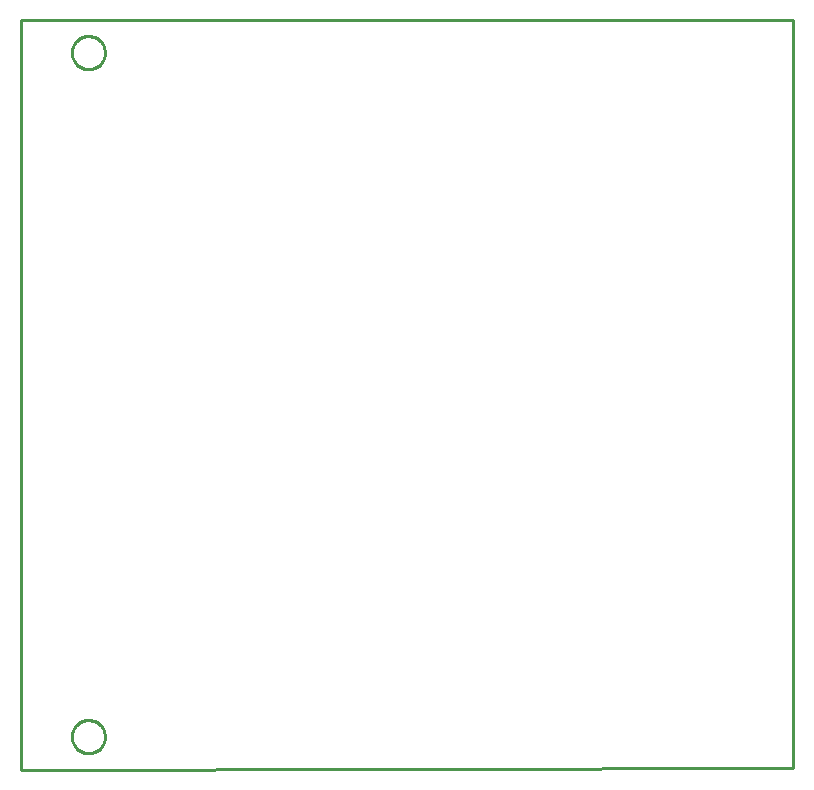
<source format=gbr>
G04 EAGLE Gerber RS-274X export*
G75*
%MOMM*%
%FSLAX34Y34*%
%LPD*%
%IN*%
%IPPOS*%
%AMOC8*
5,1,8,0,0,1.08239X$1,22.5*%
G01*
%ADD10C,0.254000*%


D10*
X-6350Y0D02*
X647700Y1270D01*
X647700Y635000D01*
X-6350Y635000D01*
X-6350Y0D01*
X50300Y593050D02*
X49303Y593121D01*
X48313Y593264D01*
X47336Y593476D01*
X46376Y593758D01*
X45439Y594107D01*
X44529Y594523D01*
X43652Y595002D01*
X42810Y595543D01*
X42010Y596142D01*
X41254Y596797D01*
X40547Y597504D01*
X39892Y598260D01*
X39293Y599060D01*
X38752Y599902D01*
X38273Y600779D01*
X37857Y601689D01*
X37508Y602626D01*
X37226Y603586D01*
X37014Y604563D01*
X36871Y605553D01*
X36800Y606550D01*
X36800Y607550D01*
X36871Y608548D01*
X37014Y609537D01*
X37226Y610515D01*
X37508Y611474D01*
X37857Y612411D01*
X38273Y613321D01*
X38752Y614198D01*
X39293Y615040D01*
X39892Y615840D01*
X40547Y616596D01*
X41254Y617303D01*
X42010Y617958D01*
X42810Y618557D01*
X43652Y619098D01*
X44529Y619577D01*
X45439Y619993D01*
X46376Y620342D01*
X47336Y620624D01*
X48313Y620836D01*
X49303Y620979D01*
X50300Y621050D01*
X51300Y621050D01*
X52298Y620979D01*
X53287Y620836D01*
X54265Y620624D01*
X55224Y620342D01*
X56161Y619993D01*
X57071Y619577D01*
X57948Y619098D01*
X58790Y618557D01*
X59590Y617958D01*
X60346Y617303D01*
X61053Y616596D01*
X61708Y615840D01*
X62307Y615040D01*
X62848Y614198D01*
X63327Y613321D01*
X63743Y612411D01*
X64092Y611474D01*
X64374Y610515D01*
X64586Y609537D01*
X64729Y608548D01*
X64800Y607550D01*
X64800Y606550D01*
X64729Y605553D01*
X64586Y604563D01*
X64374Y603586D01*
X64092Y602626D01*
X63743Y601689D01*
X63327Y600779D01*
X62848Y599902D01*
X62307Y599060D01*
X61708Y598260D01*
X61053Y597504D01*
X60346Y596797D01*
X59590Y596142D01*
X58790Y595543D01*
X57948Y595002D01*
X57071Y594523D01*
X56161Y594107D01*
X55224Y593758D01*
X54265Y593476D01*
X53287Y593264D01*
X52298Y593121D01*
X51300Y593050D01*
X50300Y593050D01*
X50300Y13950D02*
X49303Y14021D01*
X48313Y14164D01*
X47336Y14376D01*
X46376Y14658D01*
X45439Y15007D01*
X44529Y15423D01*
X43652Y15902D01*
X42810Y16443D01*
X42010Y17042D01*
X41254Y17697D01*
X40547Y18404D01*
X39892Y19160D01*
X39293Y19960D01*
X38752Y20802D01*
X38273Y21679D01*
X37857Y22589D01*
X37508Y23526D01*
X37226Y24486D01*
X37014Y25463D01*
X36871Y26453D01*
X36800Y27450D01*
X36800Y28450D01*
X36871Y29448D01*
X37014Y30437D01*
X37226Y31415D01*
X37508Y32374D01*
X37857Y33311D01*
X38273Y34221D01*
X38752Y35098D01*
X39293Y35940D01*
X39892Y36740D01*
X40547Y37496D01*
X41254Y38203D01*
X42010Y38858D01*
X42810Y39457D01*
X43652Y39998D01*
X44529Y40477D01*
X45439Y40893D01*
X46376Y41242D01*
X47336Y41524D01*
X48313Y41736D01*
X49303Y41879D01*
X50300Y41950D01*
X51300Y41950D01*
X52298Y41879D01*
X53287Y41736D01*
X54265Y41524D01*
X55224Y41242D01*
X56161Y40893D01*
X57071Y40477D01*
X57948Y39998D01*
X58790Y39457D01*
X59590Y38858D01*
X60346Y38203D01*
X61053Y37496D01*
X61708Y36740D01*
X62307Y35940D01*
X62848Y35098D01*
X63327Y34221D01*
X63743Y33311D01*
X64092Y32374D01*
X64374Y31415D01*
X64586Y30437D01*
X64729Y29448D01*
X64800Y28450D01*
X64800Y27450D01*
X64729Y26453D01*
X64586Y25463D01*
X64374Y24486D01*
X64092Y23526D01*
X63743Y22589D01*
X63327Y21679D01*
X62848Y20802D01*
X62307Y19960D01*
X61708Y19160D01*
X61053Y18404D01*
X60346Y17697D01*
X59590Y17042D01*
X58790Y16443D01*
X57948Y15902D01*
X57071Y15423D01*
X56161Y15007D01*
X55224Y14658D01*
X54265Y14376D01*
X53287Y14164D01*
X52298Y14021D01*
X51300Y13950D01*
X50300Y13950D01*
M02*

</source>
